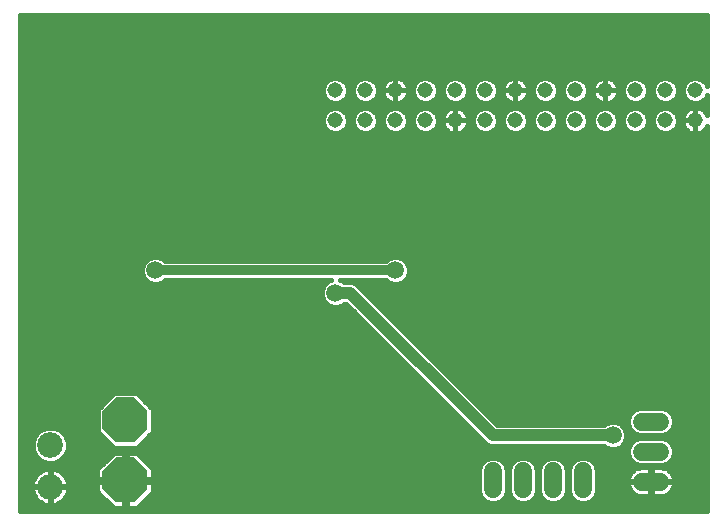
<source format=gbl>
G75*
%MOIN*%
%OFA0B0*%
%FSLAX24Y24*%
%IPPOS*%
%LPD*%
%AMOC8*
5,1,8,0,0,1.08239X$1,22.5*
%
%ADD10C,0.0600*%
%ADD11OC8,0.1500*%
%ADD12C,0.0860*%
%ADD13C,0.0515*%
%ADD14C,0.0160*%
%ADD15C,0.0591*%
%ADD16C,0.0436*%
%ADD17C,0.0320*%
%ADD18C,0.0400*%
D10*
X016930Y001880D02*
X016930Y002480D01*
X017930Y002480D02*
X017930Y001880D01*
X018930Y001880D02*
X018930Y002480D01*
X019930Y002480D02*
X019930Y001880D01*
X021904Y002141D02*
X022504Y002141D01*
X022504Y003141D02*
X021904Y003141D01*
X021904Y004141D02*
X022504Y004141D01*
D11*
X004680Y004180D03*
X004680Y002180D03*
D12*
X002180Y001971D03*
X002180Y003349D03*
D13*
X011680Y014180D03*
X011680Y015180D03*
X012680Y015180D03*
X013680Y015180D03*
X014680Y015180D03*
X015680Y015180D03*
X016680Y015180D03*
X017680Y015180D03*
X018680Y015180D03*
X019680Y015180D03*
X020680Y015180D03*
X021680Y015180D03*
X022680Y015180D03*
X023680Y015180D03*
X023680Y014180D03*
X022680Y014180D03*
X021680Y014180D03*
X020680Y014180D03*
X019680Y014180D03*
X018680Y014180D03*
X017680Y014180D03*
X016680Y014180D03*
X015680Y014180D03*
X014680Y014180D03*
X013680Y014180D03*
X012680Y014180D03*
D14*
X001160Y017696D02*
X001160Y001160D01*
X024070Y001160D01*
X024070Y013982D01*
X024054Y013951D01*
X024014Y013895D01*
X023965Y013846D01*
X023909Y013806D01*
X023848Y013775D01*
X023782Y013753D01*
X023714Y013743D01*
X023680Y013743D01*
X023680Y014180D01*
X023680Y014180D01*
X023680Y014617D01*
X023714Y014617D01*
X023782Y014607D01*
X023848Y014585D01*
X023909Y014554D01*
X023965Y014514D01*
X024014Y014465D01*
X024054Y014409D01*
X024070Y014378D01*
X024070Y015031D01*
X024034Y014944D01*
X023916Y014826D01*
X023763Y014763D01*
X023597Y014763D01*
X023444Y014826D01*
X023326Y014944D01*
X023263Y015097D01*
X023263Y015263D01*
X023326Y015416D01*
X023444Y015534D01*
X023597Y015597D01*
X023763Y015597D01*
X023916Y015534D01*
X024034Y015416D01*
X024070Y015329D01*
X024070Y017696D01*
X001160Y017696D01*
X001160Y017640D02*
X024070Y017640D01*
X024070Y017481D02*
X001160Y017481D01*
X001160Y017323D02*
X024070Y017323D01*
X024070Y017164D02*
X001160Y017164D01*
X001160Y017006D02*
X024070Y017006D01*
X024070Y016847D02*
X001160Y016847D01*
X001160Y016689D02*
X024070Y016689D01*
X024070Y016530D02*
X001160Y016530D01*
X001160Y016372D02*
X024070Y016372D01*
X024070Y016213D02*
X001160Y016213D01*
X001160Y016055D02*
X024070Y016055D01*
X024070Y015896D02*
X001160Y015896D01*
X001160Y015738D02*
X024070Y015738D01*
X024070Y015579D02*
X023808Y015579D01*
X023552Y015579D02*
X022808Y015579D01*
X022763Y015597D02*
X022597Y015597D01*
X022444Y015534D01*
X022326Y015416D01*
X022263Y015263D01*
X022263Y015097D01*
X022326Y014944D01*
X022444Y014826D01*
X022597Y014763D01*
X022763Y014763D01*
X022916Y014826D01*
X023034Y014944D01*
X023097Y015097D01*
X023097Y015263D01*
X023034Y015416D01*
X022916Y015534D01*
X022763Y015597D01*
X022552Y015579D02*
X021808Y015579D01*
X021763Y015597D02*
X021597Y015597D01*
X021444Y015534D01*
X021326Y015416D01*
X021263Y015263D01*
X021263Y015097D01*
X021326Y014944D01*
X021444Y014826D01*
X021597Y014763D01*
X021763Y014763D01*
X021916Y014826D01*
X022034Y014944D01*
X022097Y015097D01*
X022097Y015263D01*
X022034Y015416D01*
X021916Y015534D01*
X021763Y015597D01*
X021552Y015579D02*
X020861Y015579D01*
X020848Y015585D02*
X020782Y015607D01*
X020714Y015617D01*
X020680Y015617D01*
X020680Y015180D01*
X020680Y015180D01*
X021117Y015180D01*
X021117Y015214D01*
X021107Y015282D01*
X021085Y015348D01*
X021054Y015409D01*
X021014Y015465D01*
X020965Y015514D01*
X020909Y015554D01*
X020848Y015585D01*
X020680Y015579D02*
X020680Y015579D01*
X020680Y015617D02*
X020646Y015617D01*
X020578Y015607D01*
X020512Y015585D01*
X020451Y015554D01*
X020395Y015514D01*
X020346Y015465D01*
X020306Y015409D01*
X020275Y015348D01*
X020253Y015282D01*
X020243Y015214D01*
X020243Y015180D01*
X020243Y015146D01*
X020253Y015078D01*
X020275Y015012D01*
X020306Y014951D01*
X020346Y014895D01*
X020395Y014846D01*
X020451Y014806D01*
X020512Y014775D01*
X020578Y014753D01*
X020646Y014743D01*
X020680Y014743D01*
X020714Y014743D01*
X020782Y014753D01*
X020848Y014775D01*
X020909Y014806D01*
X020965Y014846D01*
X021014Y014895D01*
X021054Y014951D01*
X021085Y015012D01*
X021107Y015078D01*
X021117Y015146D01*
X021117Y015180D01*
X020680Y015180D01*
X020680Y015180D01*
X020680Y015180D01*
X020243Y015180D01*
X020680Y015180D01*
X020680Y015617D01*
X020499Y015579D02*
X019808Y015579D01*
X019763Y015597D02*
X019597Y015597D01*
X019444Y015534D01*
X019326Y015416D01*
X019263Y015263D01*
X019263Y015097D01*
X019326Y014944D01*
X019444Y014826D01*
X019597Y014763D01*
X019763Y014763D01*
X019916Y014826D01*
X020034Y014944D01*
X020097Y015097D01*
X020097Y015263D01*
X020034Y015416D01*
X019916Y015534D01*
X019763Y015597D01*
X019552Y015579D02*
X018808Y015579D01*
X018763Y015597D02*
X018597Y015597D01*
X018444Y015534D01*
X018326Y015416D01*
X018263Y015263D01*
X018263Y015097D01*
X018326Y014944D01*
X018444Y014826D01*
X018597Y014763D01*
X018763Y014763D01*
X018916Y014826D01*
X019034Y014944D01*
X019097Y015097D01*
X019097Y015263D01*
X019034Y015416D01*
X018916Y015534D01*
X018763Y015597D01*
X018552Y015579D02*
X017861Y015579D01*
X017848Y015585D02*
X017782Y015607D01*
X017714Y015617D01*
X017680Y015617D01*
X017680Y015180D01*
X017680Y015180D01*
X018117Y015180D01*
X018117Y015214D01*
X018107Y015282D01*
X018085Y015348D01*
X018054Y015409D01*
X018014Y015465D01*
X017965Y015514D01*
X017909Y015554D01*
X017848Y015585D01*
X017680Y015579D02*
X017680Y015579D01*
X017680Y015617D02*
X017646Y015617D01*
X017578Y015607D01*
X017512Y015585D01*
X017451Y015554D01*
X017395Y015514D01*
X017346Y015465D01*
X017306Y015409D01*
X017275Y015348D01*
X017253Y015282D01*
X017243Y015214D01*
X017243Y015180D01*
X017243Y015146D01*
X017253Y015078D01*
X017275Y015012D01*
X017306Y014951D01*
X017346Y014895D01*
X017395Y014846D01*
X017451Y014806D01*
X017512Y014775D01*
X017578Y014753D01*
X017646Y014743D01*
X017680Y014743D01*
X017714Y014743D01*
X017782Y014753D01*
X017848Y014775D01*
X017909Y014806D01*
X017965Y014846D01*
X018014Y014895D01*
X018054Y014951D01*
X018085Y015012D01*
X018107Y015078D01*
X018117Y015146D01*
X018117Y015180D01*
X017680Y015180D01*
X017680Y015180D01*
X017680Y015180D01*
X017243Y015180D01*
X017680Y015180D01*
X017680Y015617D01*
X017499Y015579D02*
X016808Y015579D01*
X016763Y015597D02*
X016597Y015597D01*
X016444Y015534D01*
X016326Y015416D01*
X016263Y015263D01*
X016263Y015097D01*
X016326Y014944D01*
X016444Y014826D01*
X016597Y014763D01*
X016763Y014763D01*
X016916Y014826D01*
X017034Y014944D01*
X017097Y015097D01*
X017097Y015263D01*
X017034Y015416D01*
X016916Y015534D01*
X016763Y015597D01*
X016552Y015579D02*
X015808Y015579D01*
X015763Y015597D02*
X015597Y015597D01*
X015444Y015534D01*
X015326Y015416D01*
X015263Y015263D01*
X015263Y015097D01*
X015326Y014944D01*
X015444Y014826D01*
X015597Y014763D01*
X015763Y014763D01*
X015916Y014826D01*
X016034Y014944D01*
X016097Y015097D01*
X016097Y015263D01*
X016034Y015416D01*
X015916Y015534D01*
X015763Y015597D01*
X015552Y015579D02*
X014808Y015579D01*
X014763Y015597D02*
X014597Y015597D01*
X014444Y015534D01*
X014326Y015416D01*
X014263Y015263D01*
X014263Y015097D01*
X014326Y014944D01*
X014444Y014826D01*
X014597Y014763D01*
X014763Y014763D01*
X014916Y014826D01*
X015034Y014944D01*
X015097Y015097D01*
X015097Y015263D01*
X015034Y015416D01*
X014916Y015534D01*
X014763Y015597D01*
X014552Y015579D02*
X013861Y015579D01*
X013848Y015585D02*
X013782Y015607D01*
X013714Y015617D01*
X013680Y015617D01*
X013680Y015180D01*
X013680Y015180D01*
X014117Y015180D01*
X014117Y015214D01*
X014107Y015282D01*
X014085Y015348D01*
X014054Y015409D01*
X014014Y015465D01*
X013965Y015514D01*
X013909Y015554D01*
X013848Y015585D01*
X013680Y015579D02*
X013680Y015579D01*
X013680Y015617D02*
X013646Y015617D01*
X013578Y015607D01*
X013512Y015585D01*
X013451Y015554D01*
X013395Y015514D01*
X013346Y015465D01*
X013306Y015409D01*
X013275Y015348D01*
X013253Y015282D01*
X013243Y015214D01*
X013243Y015180D01*
X013243Y015146D01*
X013253Y015078D01*
X013275Y015012D01*
X013306Y014951D01*
X013346Y014895D01*
X013395Y014846D01*
X013451Y014806D01*
X013512Y014775D01*
X013578Y014753D01*
X013646Y014743D01*
X013680Y014743D01*
X013714Y014743D01*
X013782Y014753D01*
X013848Y014775D01*
X013909Y014806D01*
X013965Y014846D01*
X014014Y014895D01*
X014054Y014951D01*
X014085Y015012D01*
X014107Y015078D01*
X014117Y015146D01*
X014117Y015180D01*
X013680Y015180D01*
X013680Y015180D01*
X013680Y015180D01*
X013243Y015180D01*
X013680Y015180D01*
X013680Y015617D01*
X013499Y015579D02*
X012808Y015579D01*
X012763Y015597D02*
X012597Y015597D01*
X012444Y015534D01*
X012326Y015416D01*
X012263Y015263D01*
X012263Y015097D01*
X012326Y014944D01*
X012444Y014826D01*
X012597Y014763D01*
X012763Y014763D01*
X012916Y014826D01*
X013034Y014944D01*
X013097Y015097D01*
X013097Y015263D01*
X013034Y015416D01*
X012916Y015534D01*
X012763Y015597D01*
X012552Y015579D02*
X011808Y015579D01*
X011763Y015597D02*
X011597Y015597D01*
X011444Y015534D01*
X011326Y015416D01*
X011263Y015263D01*
X011263Y015097D01*
X011326Y014944D01*
X011444Y014826D01*
X011597Y014763D01*
X011763Y014763D01*
X011916Y014826D01*
X012034Y014944D01*
X012097Y015097D01*
X012097Y015263D01*
X012034Y015416D01*
X011916Y015534D01*
X011763Y015597D01*
X011552Y015579D02*
X001160Y015579D01*
X001160Y015421D02*
X011330Y015421D01*
X011263Y015262D02*
X001160Y015262D01*
X001160Y015104D02*
X011263Y015104D01*
X011325Y014945D02*
X001160Y014945D01*
X001160Y014787D02*
X011539Y014787D01*
X011597Y014597D02*
X011444Y014534D01*
X011326Y014416D01*
X011263Y014263D01*
X011263Y014097D01*
X011326Y013944D01*
X011444Y013826D01*
X011597Y013763D01*
X011763Y013763D01*
X011916Y013826D01*
X012034Y013944D01*
X012097Y014097D01*
X012097Y014263D01*
X012034Y014416D01*
X011916Y014534D01*
X011763Y014597D01*
X011597Y014597D01*
X011379Y014470D02*
X001160Y014470D01*
X001160Y014628D02*
X024070Y014628D01*
X024070Y014470D02*
X024009Y014470D01*
X023680Y014470D02*
X023680Y014470D01*
X023680Y014617D02*
X023680Y014180D01*
X023680Y014180D01*
X023243Y014180D01*
X023243Y014146D01*
X023253Y014078D01*
X023275Y014012D01*
X023306Y013951D01*
X023346Y013895D01*
X023395Y013846D01*
X023451Y013806D01*
X023512Y013775D01*
X023578Y013753D01*
X023646Y013743D01*
X023680Y013743D01*
X023680Y014180D01*
X023680Y014180D01*
X023243Y014180D01*
X023243Y014214D01*
X023253Y014282D01*
X023275Y014348D01*
X023306Y014409D01*
X023346Y014465D01*
X023395Y014514D01*
X023451Y014554D01*
X023512Y014585D01*
X023578Y014607D01*
X023646Y014617D01*
X023680Y014617D01*
X023821Y014787D02*
X024070Y014787D01*
X024070Y014945D02*
X024035Y014945D01*
X024030Y015421D02*
X024070Y015421D01*
X023330Y015421D02*
X023030Y015421D01*
X023097Y015262D02*
X023263Y015262D01*
X023263Y015104D02*
X023097Y015104D01*
X023035Y014945D02*
X023325Y014945D01*
X023539Y014787D02*
X022821Y014787D01*
X022763Y014597D02*
X022597Y014597D01*
X022444Y014534D01*
X022326Y014416D01*
X022263Y014263D01*
X022263Y014097D01*
X022326Y013944D01*
X022444Y013826D01*
X022597Y013763D01*
X022763Y013763D01*
X022916Y013826D01*
X023034Y013944D01*
X023097Y014097D01*
X023097Y014263D01*
X023034Y014416D01*
X022916Y014534D01*
X022763Y014597D01*
X022981Y014470D02*
X023351Y014470D01*
X023263Y014311D02*
X023078Y014311D01*
X023097Y014153D02*
X023243Y014153D01*
X023284Y013994D02*
X023055Y013994D01*
X022926Y013836D02*
X023410Y013836D01*
X023680Y013836D02*
X023680Y013836D01*
X023680Y013994D02*
X023680Y013994D01*
X023680Y014153D02*
X023680Y014153D01*
X023680Y014311D02*
X023680Y014311D01*
X023950Y013836D02*
X024070Y013836D01*
X024070Y013677D02*
X001160Y013677D01*
X001160Y013519D02*
X024070Y013519D01*
X024070Y013360D02*
X001160Y013360D01*
X001160Y013202D02*
X024070Y013202D01*
X024070Y013043D02*
X001160Y013043D01*
X001160Y012885D02*
X024070Y012885D01*
X024070Y012726D02*
X001160Y012726D01*
X001160Y012568D02*
X024070Y012568D01*
X024070Y012409D02*
X001160Y012409D01*
X001160Y012251D02*
X024070Y012251D01*
X024070Y012092D02*
X001160Y012092D01*
X001160Y011934D02*
X024070Y011934D01*
X024070Y011775D02*
X001160Y011775D01*
X001160Y011617D02*
X024070Y011617D01*
X024070Y011458D02*
X001160Y011458D01*
X001160Y011300D02*
X024070Y011300D01*
X024070Y011141D02*
X001160Y011141D01*
X001160Y010983D02*
X024070Y010983D01*
X024070Y010824D02*
X001160Y010824D01*
X001160Y010666D02*
X024070Y010666D01*
X024070Y010507D02*
X001160Y010507D01*
X001160Y010349D02*
X024070Y010349D01*
X024070Y010190D02*
X001160Y010190D01*
X001160Y010032D02*
X024070Y010032D01*
X024070Y009873D02*
X001160Y009873D01*
X001160Y009715D02*
X024070Y009715D01*
X024070Y009556D02*
X013948Y009556D01*
X013938Y009566D02*
X013771Y009635D01*
X013589Y009635D01*
X013422Y009566D01*
X013356Y009500D01*
X006004Y009500D01*
X005938Y009566D01*
X005771Y009635D01*
X005589Y009635D01*
X005422Y009566D01*
X005294Y009438D01*
X005225Y009271D01*
X005225Y009089D01*
X005294Y008922D01*
X005422Y008794D01*
X005589Y008725D01*
X005771Y008725D01*
X005938Y008794D01*
X006004Y008860D01*
X011528Y008860D01*
X011422Y008816D01*
X011294Y008688D01*
X011225Y008521D01*
X011225Y008339D01*
X011294Y008172D01*
X011422Y008044D01*
X011589Y007975D01*
X011771Y007975D01*
X011938Y008044D01*
X011964Y008070D01*
X012031Y008070D01*
X016625Y003476D01*
X016726Y003375D01*
X016858Y003320D01*
X020646Y003320D01*
X020672Y003294D01*
X020839Y003225D01*
X021021Y003225D01*
X021188Y003294D01*
X021316Y003422D01*
X021385Y003589D01*
X021385Y003771D01*
X021316Y003938D01*
X021188Y004066D01*
X021021Y004135D01*
X020839Y004135D01*
X020672Y004066D01*
X020646Y004040D01*
X017079Y004040D01*
X012384Y008735D01*
X012252Y008790D01*
X011964Y008790D01*
X011938Y008816D01*
X011832Y008860D01*
X013356Y008860D01*
X013422Y008794D01*
X013589Y008725D01*
X013771Y008725D01*
X013938Y008794D01*
X014066Y008922D01*
X014135Y009089D01*
X014135Y009271D01*
X014066Y009438D01*
X013938Y009566D01*
X014083Y009398D02*
X024070Y009398D01*
X024070Y009239D02*
X014135Y009239D01*
X014132Y009081D02*
X024070Y009081D01*
X024070Y008922D02*
X014066Y008922D01*
X013864Y008764D02*
X024070Y008764D01*
X024070Y008605D02*
X012514Y008605D01*
X012673Y008447D02*
X024070Y008447D01*
X024070Y008288D02*
X012831Y008288D01*
X012990Y008130D02*
X024070Y008130D01*
X024070Y007971D02*
X013148Y007971D01*
X013307Y007813D02*
X024070Y007813D01*
X024070Y007654D02*
X013465Y007654D01*
X013624Y007496D02*
X024070Y007496D01*
X024070Y007337D02*
X013782Y007337D01*
X013941Y007179D02*
X024070Y007179D01*
X024070Y007020D02*
X014099Y007020D01*
X014258Y006862D02*
X024070Y006862D01*
X024070Y006703D02*
X014416Y006703D01*
X014575Y006545D02*
X024070Y006545D01*
X024070Y006386D02*
X014733Y006386D01*
X014892Y006228D02*
X024070Y006228D01*
X024070Y006069D02*
X015050Y006069D01*
X015209Y005911D02*
X024070Y005911D01*
X024070Y005752D02*
X015367Y005752D01*
X015526Y005594D02*
X024070Y005594D01*
X024070Y005435D02*
X015684Y005435D01*
X015843Y005277D02*
X024070Y005277D01*
X024070Y005118D02*
X016001Y005118D01*
X016160Y004960D02*
X024070Y004960D01*
X024070Y004801D02*
X016318Y004801D01*
X016477Y004643D02*
X024070Y004643D01*
X024070Y004484D02*
X022811Y004484D01*
X022764Y004531D02*
X022595Y004601D01*
X021812Y004601D01*
X021643Y004531D01*
X021514Y004401D01*
X021444Y004232D01*
X021444Y004049D01*
X021514Y003880D01*
X021643Y003751D01*
X021812Y003681D01*
X022595Y003681D01*
X022764Y003751D01*
X022894Y003880D01*
X022964Y004049D01*
X022964Y004232D01*
X022894Y004401D01*
X022764Y004531D01*
X022925Y004326D02*
X024070Y004326D01*
X024070Y004167D02*
X022964Y004167D01*
X022947Y004009D02*
X024070Y004009D01*
X024070Y003850D02*
X022864Y003850D01*
X022621Y003692D02*
X024070Y003692D01*
X024070Y003533D02*
X022758Y003533D01*
X022764Y003531D02*
X022595Y003601D01*
X021812Y003601D01*
X021643Y003531D01*
X021514Y003401D01*
X021444Y003232D01*
X021444Y003049D01*
X021514Y002880D01*
X021643Y002751D01*
X021812Y002681D01*
X022595Y002681D01*
X022764Y002751D01*
X022894Y002880D01*
X022964Y003049D01*
X022964Y003232D01*
X022894Y003401D01*
X022764Y003531D01*
X022905Y003375D02*
X024070Y003375D01*
X024070Y003216D02*
X022964Y003216D01*
X022964Y003058D02*
X024070Y003058D01*
X024070Y002899D02*
X022901Y002899D01*
X022740Y002741D02*
X024070Y002741D01*
X024070Y002582D02*
X022695Y002582D01*
X022688Y002585D02*
X022616Y002609D01*
X022541Y002621D01*
X022224Y002621D01*
X022224Y002161D01*
X022184Y002161D01*
X022184Y002621D01*
X021866Y002621D01*
X021791Y002609D01*
X021719Y002585D01*
X021652Y002551D01*
X021591Y002507D01*
X021537Y002453D01*
X021493Y002392D01*
X021459Y002325D01*
X021435Y002253D01*
X021424Y002178D01*
X021424Y002161D01*
X022184Y002161D01*
X022184Y002121D01*
X022224Y002121D01*
X022224Y002161D01*
X022984Y002161D01*
X022984Y002178D01*
X022972Y002253D01*
X022948Y002325D01*
X022914Y002392D01*
X022870Y002453D01*
X022816Y002507D01*
X022755Y002551D01*
X022688Y002585D01*
X022891Y002424D02*
X024070Y002424D01*
X024070Y002265D02*
X022968Y002265D01*
X022984Y002121D02*
X022224Y002121D01*
X022224Y001661D01*
X022541Y001661D01*
X022616Y001672D01*
X022688Y001696D01*
X022755Y001730D01*
X022816Y001775D01*
X022870Y001828D01*
X022914Y001889D01*
X022948Y001956D01*
X022972Y002028D01*
X022984Y002103D01*
X022984Y002121D01*
X022984Y002107D02*
X024070Y002107D01*
X024070Y001948D02*
X022944Y001948D01*
X022831Y001790D02*
X024070Y001790D01*
X024070Y001631D02*
X020325Y001631D01*
X020320Y001619D02*
X020390Y001788D01*
X020390Y002571D01*
X020320Y002741D01*
X020191Y002870D01*
X020021Y002940D01*
X019838Y002940D01*
X019669Y002870D01*
X019540Y002741D01*
X019470Y002571D01*
X019470Y001788D01*
X019540Y001619D01*
X019669Y001490D01*
X019838Y001420D01*
X020021Y001420D01*
X020191Y001490D01*
X020320Y001619D01*
X020390Y001790D02*
X021576Y001790D01*
X021591Y001775D02*
X021652Y001730D01*
X021719Y001696D01*
X021791Y001672D01*
X021866Y001661D01*
X022184Y001661D01*
X022184Y002121D01*
X021424Y002121D01*
X021424Y002103D01*
X021435Y002028D01*
X021459Y001956D01*
X021493Y001889D01*
X021537Y001828D01*
X021591Y001775D01*
X021463Y001948D02*
X020390Y001948D01*
X020390Y002107D02*
X021424Y002107D01*
X021439Y002265D02*
X020390Y002265D01*
X020390Y002424D02*
X021516Y002424D01*
X021713Y002582D02*
X020386Y002582D01*
X020320Y002741D02*
X021668Y002741D01*
X021506Y002899D02*
X020120Y002899D01*
X019740Y002899D02*
X019120Y002899D01*
X019191Y002870D02*
X019021Y002940D01*
X018838Y002940D01*
X018669Y002870D01*
X018540Y002741D01*
X018470Y002571D01*
X018470Y001788D01*
X018540Y001619D01*
X018669Y001490D01*
X018838Y001420D01*
X019021Y001420D01*
X019191Y001490D01*
X019320Y001619D01*
X019390Y001788D01*
X019390Y002571D01*
X019320Y002741D01*
X019191Y002870D01*
X019320Y002741D02*
X019540Y002741D01*
X019474Y002582D02*
X019386Y002582D01*
X019390Y002424D02*
X019470Y002424D01*
X019470Y002265D02*
X019390Y002265D01*
X019390Y002107D02*
X019470Y002107D01*
X019470Y001948D02*
X019390Y001948D01*
X019390Y001790D02*
X019470Y001790D01*
X019535Y001631D02*
X019325Y001631D01*
X019148Y001473D02*
X019712Y001473D01*
X020148Y001473D02*
X024070Y001473D01*
X024070Y001314D02*
X005129Y001314D01*
X005065Y001250D02*
X005610Y001795D01*
X005610Y002122D01*
X004738Y002122D01*
X004738Y002238D01*
X004622Y002238D01*
X004622Y003110D01*
X004295Y003110D01*
X003750Y002565D01*
X003750Y002238D01*
X004622Y002238D01*
X004622Y002122D01*
X003750Y002122D01*
X003750Y001795D01*
X004295Y001250D01*
X004622Y001250D01*
X004622Y002122D01*
X004738Y002122D01*
X004738Y001250D01*
X005065Y001250D01*
X005288Y001473D02*
X016712Y001473D01*
X016669Y001490D02*
X016838Y001420D01*
X017021Y001420D01*
X017191Y001490D01*
X017320Y001619D01*
X017390Y001788D01*
X017390Y002571D01*
X017320Y002741D01*
X017191Y002870D01*
X017021Y002940D01*
X016838Y002940D01*
X016669Y002870D01*
X016540Y002741D01*
X016470Y002571D01*
X016470Y001788D01*
X016540Y001619D01*
X016669Y001490D01*
X016535Y001631D02*
X005446Y001631D01*
X005605Y001790D02*
X016470Y001790D01*
X016470Y001948D02*
X005610Y001948D01*
X005610Y002107D02*
X016470Y002107D01*
X016470Y002265D02*
X005610Y002265D01*
X005610Y002238D02*
X005610Y002565D01*
X005065Y003110D01*
X004738Y003110D01*
X004738Y002238D01*
X005610Y002238D01*
X005610Y002424D02*
X016470Y002424D01*
X016474Y002582D02*
X005593Y002582D01*
X005435Y002741D02*
X016540Y002741D01*
X016740Y002899D02*
X005276Y002899D01*
X005118Y003058D02*
X021444Y003058D01*
X021444Y003216D02*
X002763Y003216D01*
X002770Y003232D02*
X002680Y003015D01*
X002514Y002849D01*
X002297Y002759D01*
X002063Y002759D01*
X001846Y002849D01*
X001680Y003015D01*
X001590Y003232D01*
X001590Y003467D01*
X001680Y003683D01*
X001846Y003849D01*
X002063Y003939D01*
X002297Y003939D01*
X002514Y003849D01*
X002680Y003683D01*
X002770Y003467D01*
X002770Y003232D01*
X002770Y003375D02*
X004199Y003375D01*
X004303Y003270D02*
X005057Y003270D01*
X005590Y003803D01*
X005590Y004557D01*
X005057Y005090D01*
X004303Y005090D01*
X003770Y004557D01*
X003770Y003803D01*
X004303Y003270D01*
X004242Y003058D02*
X002698Y003058D01*
X002564Y002899D02*
X004084Y002899D01*
X003925Y002741D02*
X001160Y002741D01*
X001160Y002899D02*
X001796Y002899D01*
X001662Y003058D02*
X001160Y003058D01*
X001160Y003216D02*
X001597Y003216D01*
X001590Y003375D02*
X001160Y003375D01*
X001160Y003533D02*
X001617Y003533D01*
X001688Y003692D02*
X001160Y003692D01*
X001160Y003850D02*
X001847Y003850D01*
X002513Y003850D02*
X003770Y003850D01*
X003770Y004009D02*
X001160Y004009D01*
X001160Y004167D02*
X003770Y004167D01*
X003770Y004326D02*
X001160Y004326D01*
X001160Y004484D02*
X003770Y004484D01*
X003856Y004643D02*
X001160Y004643D01*
X001160Y004801D02*
X004014Y004801D01*
X004173Y004960D02*
X001160Y004960D01*
X001160Y005118D02*
X014983Y005118D01*
X015141Y004960D02*
X005187Y004960D01*
X005346Y004801D02*
X015300Y004801D01*
X015458Y004643D02*
X005504Y004643D01*
X005590Y004484D02*
X015617Y004484D01*
X015775Y004326D02*
X005590Y004326D01*
X005590Y004167D02*
X015934Y004167D01*
X016092Y004009D02*
X005590Y004009D01*
X005590Y003850D02*
X016251Y003850D01*
X016409Y003692D02*
X005478Y003692D01*
X005320Y003533D02*
X016568Y003533D01*
X016727Y003375D02*
X005161Y003375D01*
X004738Y003058D02*
X004622Y003058D01*
X004622Y002899D02*
X004738Y002899D01*
X004738Y002741D02*
X004622Y002741D01*
X004622Y002582D02*
X004738Y002582D01*
X004738Y002424D02*
X004622Y002424D01*
X004622Y002265D02*
X004738Y002265D01*
X004738Y002107D02*
X004622Y002107D01*
X004622Y001948D02*
X004738Y001948D01*
X004738Y001790D02*
X004622Y001790D01*
X004622Y001631D02*
X004738Y001631D01*
X004738Y001473D02*
X004622Y001473D01*
X004622Y001314D02*
X004738Y001314D01*
X004231Y001314D02*
X001160Y001314D01*
X001160Y001473D02*
X001829Y001473D01*
X001860Y001450D02*
X001946Y001406D01*
X002037Y001376D01*
X002132Y001361D01*
X002162Y001361D01*
X002162Y001953D01*
X002198Y001953D01*
X002198Y001361D01*
X002228Y001361D01*
X002323Y001376D01*
X002414Y001406D01*
X002500Y001450D01*
X002577Y001506D01*
X002645Y001574D01*
X002702Y001652D01*
X002745Y001737D01*
X002775Y001828D01*
X002790Y001923D01*
X002790Y001953D01*
X002198Y001953D01*
X002198Y001990D01*
X002162Y001990D01*
X002162Y002581D01*
X002132Y002581D01*
X002037Y002566D01*
X001946Y002537D01*
X001860Y002493D01*
X001783Y002437D01*
X001715Y002369D01*
X001658Y002291D01*
X001615Y002205D01*
X001585Y002114D01*
X001570Y002019D01*
X001570Y001990D01*
X002162Y001990D01*
X002162Y001953D01*
X001570Y001953D01*
X001570Y001923D01*
X001585Y001828D01*
X001615Y001737D01*
X001658Y001652D01*
X001715Y001574D01*
X001783Y001506D01*
X001860Y001450D01*
X001673Y001631D02*
X001160Y001631D01*
X001160Y001790D02*
X001598Y001790D01*
X001570Y001948D02*
X001160Y001948D01*
X001160Y002107D02*
X001584Y002107D01*
X001645Y002265D02*
X001160Y002265D01*
X001160Y002424D02*
X001769Y002424D01*
X002162Y002424D02*
X002198Y002424D01*
X002198Y002581D02*
X002198Y001990D01*
X002790Y001990D01*
X002790Y002019D01*
X002775Y002114D01*
X002745Y002205D01*
X002702Y002291D01*
X002645Y002369D01*
X002577Y002437D01*
X002500Y002493D01*
X002414Y002537D01*
X002323Y002566D01*
X002228Y002581D01*
X002198Y002581D01*
X002198Y002265D02*
X002162Y002265D01*
X002162Y002107D02*
X002198Y002107D01*
X002198Y001948D02*
X002162Y001948D01*
X002162Y001790D02*
X002198Y001790D01*
X002198Y001631D02*
X002162Y001631D01*
X002162Y001473D02*
X002198Y001473D01*
X002531Y001473D02*
X004072Y001473D01*
X003914Y001631D02*
X002687Y001631D01*
X002762Y001790D02*
X003755Y001790D01*
X003750Y001948D02*
X002790Y001948D01*
X002776Y002107D02*
X003750Y002107D01*
X003750Y002265D02*
X002715Y002265D01*
X002591Y002424D02*
X003750Y002424D01*
X003767Y002582D02*
X001160Y002582D01*
X002672Y003692D02*
X003882Y003692D01*
X004040Y003533D02*
X002743Y003533D01*
X001160Y005277D02*
X014824Y005277D01*
X014666Y005435D02*
X001160Y005435D01*
X001160Y005594D02*
X014507Y005594D01*
X014349Y005752D02*
X001160Y005752D01*
X001160Y005911D02*
X014190Y005911D01*
X014032Y006069D02*
X001160Y006069D01*
X001160Y006228D02*
X013873Y006228D01*
X013715Y006386D02*
X001160Y006386D01*
X001160Y006545D02*
X013556Y006545D01*
X013398Y006703D02*
X001160Y006703D01*
X001160Y006862D02*
X013239Y006862D01*
X013081Y007020D02*
X001160Y007020D01*
X001160Y007179D02*
X012922Y007179D01*
X012764Y007337D02*
X001160Y007337D01*
X001160Y007496D02*
X012605Y007496D01*
X012447Y007654D02*
X001160Y007654D01*
X001160Y007813D02*
X012288Y007813D01*
X012130Y007971D02*
X001160Y007971D01*
X001160Y008130D02*
X011337Y008130D01*
X011246Y008288D02*
X001160Y008288D01*
X001160Y008447D02*
X011225Y008447D01*
X011260Y008605D02*
X001160Y008605D01*
X001160Y008764D02*
X005496Y008764D01*
X005294Y008922D02*
X001160Y008922D01*
X001160Y009081D02*
X005228Y009081D01*
X005225Y009239D02*
X001160Y009239D01*
X001160Y009398D02*
X005277Y009398D01*
X005412Y009556D02*
X001160Y009556D01*
X005864Y008764D02*
X011370Y008764D01*
X012316Y008764D02*
X013496Y008764D01*
X013412Y009556D02*
X005948Y009556D01*
X001160Y013836D02*
X011434Y013836D01*
X011305Y013994D02*
X001160Y013994D01*
X001160Y014153D02*
X011263Y014153D01*
X011282Y014311D02*
X001160Y014311D01*
X011821Y014787D02*
X012539Y014787D01*
X012597Y014597D02*
X012444Y014534D01*
X012326Y014416D01*
X012263Y014263D01*
X012263Y014097D01*
X012326Y013944D01*
X012444Y013826D01*
X012597Y013763D01*
X012763Y013763D01*
X012916Y013826D01*
X013034Y013944D01*
X013097Y014097D01*
X013097Y014263D01*
X013034Y014416D01*
X012916Y014534D01*
X012763Y014597D01*
X012597Y014597D01*
X012379Y014470D02*
X011981Y014470D01*
X012078Y014311D02*
X012282Y014311D01*
X012263Y014153D02*
X012097Y014153D01*
X012055Y013994D02*
X012305Y013994D01*
X012434Y013836D02*
X011926Y013836D01*
X012926Y013836D02*
X013434Y013836D01*
X013444Y013826D02*
X013597Y013763D01*
X013763Y013763D01*
X013916Y013826D01*
X014034Y013944D01*
X014097Y014097D01*
X014097Y014263D01*
X014034Y014416D01*
X013916Y014534D01*
X013763Y014597D01*
X013597Y014597D01*
X013444Y014534D01*
X013326Y014416D01*
X013263Y014263D01*
X013263Y014097D01*
X013326Y013944D01*
X013444Y013826D01*
X013305Y013994D02*
X013055Y013994D01*
X013097Y014153D02*
X013263Y014153D01*
X013282Y014311D02*
X013078Y014311D01*
X012981Y014470D02*
X013379Y014470D01*
X013489Y014787D02*
X012821Y014787D01*
X013035Y014945D02*
X013310Y014945D01*
X013249Y015104D02*
X013097Y015104D01*
X013097Y015262D02*
X013250Y015262D01*
X013314Y015421D02*
X013030Y015421D01*
X013680Y015421D02*
X013680Y015421D01*
X013680Y015262D02*
X013680Y015262D01*
X013680Y015180D02*
X013680Y014743D01*
X013680Y015180D01*
X013680Y015180D01*
X013680Y015104D02*
X013680Y015104D01*
X013680Y014945D02*
X013680Y014945D01*
X013680Y014787D02*
X013680Y014787D01*
X013871Y014787D02*
X014539Y014787D01*
X014597Y014597D02*
X014444Y014534D01*
X014326Y014416D01*
X014263Y014263D01*
X014263Y014097D01*
X014326Y013944D01*
X014444Y013826D01*
X014597Y013763D01*
X014763Y013763D01*
X014916Y013826D01*
X015034Y013944D01*
X015097Y014097D01*
X015097Y014263D01*
X015034Y014416D01*
X014916Y014534D01*
X014763Y014597D01*
X014597Y014597D01*
X014379Y014470D02*
X013981Y014470D01*
X014078Y014311D02*
X014282Y014311D01*
X014263Y014153D02*
X014097Y014153D01*
X014055Y013994D02*
X014305Y013994D01*
X014434Y013836D02*
X013926Y013836D01*
X014926Y013836D02*
X015410Y013836D01*
X015395Y013846D02*
X015451Y013806D01*
X015512Y013775D01*
X015578Y013753D01*
X015646Y013743D01*
X015680Y013743D01*
X015714Y013743D01*
X015782Y013753D01*
X015848Y013775D01*
X015909Y013806D01*
X015965Y013846D01*
X016014Y013895D01*
X016054Y013951D01*
X016085Y014012D01*
X016107Y014078D01*
X016117Y014146D01*
X016117Y014180D01*
X016117Y014214D01*
X016107Y014282D01*
X016085Y014348D01*
X016054Y014409D01*
X016014Y014465D01*
X015965Y014514D01*
X015909Y014554D01*
X015848Y014585D01*
X015782Y014607D01*
X015714Y014617D01*
X015680Y014617D01*
X015680Y014180D01*
X015680Y014180D01*
X016117Y014180D01*
X015680Y014180D01*
X015680Y014180D01*
X015680Y014180D01*
X015243Y014180D01*
X015243Y014146D01*
X015253Y014078D01*
X015275Y014012D01*
X015306Y013951D01*
X015346Y013895D01*
X015395Y013846D01*
X015284Y013994D02*
X015055Y013994D01*
X015097Y014153D02*
X015243Y014153D01*
X015243Y014180D02*
X015680Y014180D01*
X015680Y014617D01*
X015646Y014617D01*
X015578Y014607D01*
X015512Y014585D01*
X015451Y014554D01*
X015395Y014514D01*
X015346Y014465D01*
X015306Y014409D01*
X015275Y014348D01*
X015253Y014282D01*
X015243Y014214D01*
X015243Y014180D01*
X015263Y014311D02*
X015078Y014311D01*
X014981Y014470D02*
X015351Y014470D01*
X015680Y014470D02*
X015680Y014470D01*
X015680Y014311D02*
X015680Y014311D01*
X015680Y014180D02*
X015680Y013743D01*
X015680Y014180D01*
X015680Y014180D01*
X015680Y014153D02*
X015680Y014153D01*
X015680Y013994D02*
X015680Y013994D01*
X015680Y013836D02*
X015680Y013836D01*
X015950Y013836D02*
X016434Y013836D01*
X016444Y013826D02*
X016597Y013763D01*
X016763Y013763D01*
X016916Y013826D01*
X017034Y013944D01*
X017097Y014097D01*
X017097Y014263D01*
X017034Y014416D01*
X016916Y014534D01*
X016763Y014597D01*
X016597Y014597D01*
X016444Y014534D01*
X016326Y014416D01*
X016263Y014263D01*
X016263Y014097D01*
X016326Y013944D01*
X016444Y013826D01*
X016305Y013994D02*
X016076Y013994D01*
X016117Y014153D02*
X016263Y014153D01*
X016282Y014311D02*
X016097Y014311D01*
X016009Y014470D02*
X016379Y014470D01*
X016539Y014787D02*
X015821Y014787D01*
X016035Y014945D02*
X016325Y014945D01*
X016263Y015104D02*
X016097Y015104D01*
X016097Y015262D02*
X016263Y015262D01*
X016330Y015421D02*
X016030Y015421D01*
X015330Y015421D02*
X015030Y015421D01*
X015097Y015262D02*
X015263Y015262D01*
X015263Y015104D02*
X015097Y015104D01*
X015035Y014945D02*
X015325Y014945D01*
X015539Y014787D02*
X014821Y014787D01*
X014325Y014945D02*
X014050Y014945D01*
X014111Y015104D02*
X014263Y015104D01*
X014263Y015262D02*
X014110Y015262D01*
X014046Y015421D02*
X014330Y015421D01*
X012330Y015421D02*
X012030Y015421D01*
X012097Y015262D02*
X012263Y015262D01*
X012263Y015104D02*
X012097Y015104D01*
X012035Y014945D02*
X012325Y014945D01*
X016821Y014787D02*
X017489Y014787D01*
X017680Y014787D02*
X017680Y014787D01*
X017680Y014743D02*
X017680Y015180D01*
X017680Y015180D01*
X017680Y014743D01*
X017597Y014597D02*
X017444Y014534D01*
X017326Y014416D01*
X017263Y014263D01*
X017263Y014097D01*
X017326Y013944D01*
X017444Y013826D01*
X017597Y013763D01*
X017763Y013763D01*
X017916Y013826D01*
X018034Y013944D01*
X018097Y014097D01*
X018097Y014263D01*
X018034Y014416D01*
X017916Y014534D01*
X017763Y014597D01*
X017597Y014597D01*
X017379Y014470D02*
X016981Y014470D01*
X017078Y014311D02*
X017282Y014311D01*
X017263Y014153D02*
X017097Y014153D01*
X017055Y013994D02*
X017305Y013994D01*
X017434Y013836D02*
X016926Y013836D01*
X017926Y013836D02*
X018434Y013836D01*
X018444Y013826D02*
X018597Y013763D01*
X018763Y013763D01*
X018916Y013826D01*
X019034Y013944D01*
X019097Y014097D01*
X019097Y014263D01*
X019034Y014416D01*
X018916Y014534D01*
X018763Y014597D01*
X018597Y014597D01*
X018444Y014534D01*
X018326Y014416D01*
X018263Y014263D01*
X018263Y014097D01*
X018326Y013944D01*
X018444Y013826D01*
X018305Y013994D02*
X018055Y013994D01*
X018097Y014153D02*
X018263Y014153D01*
X018282Y014311D02*
X018078Y014311D01*
X017981Y014470D02*
X018379Y014470D01*
X018539Y014787D02*
X017871Y014787D01*
X018050Y014945D02*
X018325Y014945D01*
X018263Y015104D02*
X018111Y015104D01*
X018110Y015262D02*
X018263Y015262D01*
X018330Y015421D02*
X018046Y015421D01*
X017680Y015421D02*
X017680Y015421D01*
X017680Y015262D02*
X017680Y015262D01*
X017680Y015104D02*
X017680Y015104D01*
X017680Y014945D02*
X017680Y014945D01*
X017310Y014945D02*
X017035Y014945D01*
X017097Y015104D02*
X017249Y015104D01*
X017250Y015262D02*
X017097Y015262D01*
X017030Y015421D02*
X017314Y015421D01*
X018821Y014787D02*
X019539Y014787D01*
X019597Y014597D02*
X019444Y014534D01*
X019326Y014416D01*
X019263Y014263D01*
X019263Y014097D01*
X019326Y013944D01*
X019444Y013826D01*
X019597Y013763D01*
X019763Y013763D01*
X019916Y013826D01*
X020034Y013944D01*
X020097Y014097D01*
X020097Y014263D01*
X020034Y014416D01*
X019916Y014534D01*
X019763Y014597D01*
X019597Y014597D01*
X019379Y014470D02*
X018981Y014470D01*
X019078Y014311D02*
X019282Y014311D01*
X019263Y014153D02*
X019097Y014153D01*
X019055Y013994D02*
X019305Y013994D01*
X019434Y013836D02*
X018926Y013836D01*
X019926Y013836D02*
X020434Y013836D01*
X020444Y013826D02*
X020597Y013763D01*
X020763Y013763D01*
X020916Y013826D01*
X021034Y013944D01*
X021097Y014097D01*
X021097Y014263D01*
X021034Y014416D01*
X020916Y014534D01*
X020763Y014597D01*
X020597Y014597D01*
X020444Y014534D01*
X020326Y014416D01*
X020263Y014263D01*
X020263Y014097D01*
X020326Y013944D01*
X020444Y013826D01*
X020305Y013994D02*
X020055Y013994D01*
X020097Y014153D02*
X020263Y014153D01*
X020282Y014311D02*
X020078Y014311D01*
X019981Y014470D02*
X020379Y014470D01*
X020489Y014787D02*
X019821Y014787D01*
X020035Y014945D02*
X020310Y014945D01*
X020249Y015104D02*
X020097Y015104D01*
X020097Y015262D02*
X020250Y015262D01*
X020314Y015421D02*
X020030Y015421D01*
X020680Y015421D02*
X020680Y015421D01*
X020680Y015262D02*
X020680Y015262D01*
X020680Y015180D02*
X020680Y014743D01*
X020680Y015180D01*
X020680Y015180D01*
X020680Y015104D02*
X020680Y015104D01*
X020680Y014945D02*
X020680Y014945D01*
X020680Y014787D02*
X020680Y014787D01*
X020871Y014787D02*
X021539Y014787D01*
X021597Y014597D02*
X021444Y014534D01*
X021326Y014416D01*
X021263Y014263D01*
X021263Y014097D01*
X021326Y013944D01*
X021444Y013826D01*
X021597Y013763D01*
X021763Y013763D01*
X021916Y013826D01*
X022034Y013944D01*
X022097Y014097D01*
X022097Y014263D01*
X022034Y014416D01*
X021916Y014534D01*
X021763Y014597D01*
X021597Y014597D01*
X021379Y014470D02*
X020981Y014470D01*
X021078Y014311D02*
X021282Y014311D01*
X021263Y014153D02*
X021097Y014153D01*
X021055Y013994D02*
X021305Y013994D01*
X021434Y013836D02*
X020926Y013836D01*
X021926Y013836D02*
X022434Y013836D01*
X022305Y013994D02*
X022055Y013994D01*
X022097Y014153D02*
X022263Y014153D01*
X022282Y014311D02*
X022078Y014311D01*
X021981Y014470D02*
X022379Y014470D01*
X022539Y014787D02*
X021821Y014787D01*
X022035Y014945D02*
X022325Y014945D01*
X022263Y015104D02*
X022097Y015104D01*
X022097Y015262D02*
X022263Y015262D01*
X022330Y015421D02*
X022030Y015421D01*
X021330Y015421D02*
X021046Y015421D01*
X021110Y015262D02*
X021263Y015262D01*
X021263Y015104D02*
X021111Y015104D01*
X021050Y014945D02*
X021325Y014945D01*
X019325Y014945D02*
X019035Y014945D01*
X019097Y015104D02*
X019263Y015104D01*
X019263Y015262D02*
X019097Y015262D01*
X019030Y015421D02*
X019330Y015421D01*
X021596Y004484D02*
X016635Y004484D01*
X016794Y004326D02*
X021482Y004326D01*
X021444Y004167D02*
X016952Y004167D01*
X017120Y002899D02*
X017740Y002899D01*
X017669Y002870D02*
X017540Y002741D01*
X017470Y002571D01*
X017470Y001788D01*
X017540Y001619D01*
X017669Y001490D01*
X017838Y001420D01*
X018021Y001420D01*
X018191Y001490D01*
X018320Y001619D01*
X018390Y001788D01*
X018390Y002571D01*
X018320Y002741D01*
X018191Y002870D01*
X018021Y002940D01*
X017838Y002940D01*
X017669Y002870D01*
X017540Y002741D02*
X017320Y002741D01*
X017386Y002582D02*
X017474Y002582D01*
X017470Y002424D02*
X017390Y002424D01*
X017390Y002265D02*
X017470Y002265D01*
X017470Y002107D02*
X017390Y002107D01*
X017390Y001948D02*
X017470Y001948D01*
X017470Y001790D02*
X017390Y001790D01*
X017325Y001631D02*
X017535Y001631D01*
X017712Y001473D02*
X017148Y001473D01*
X018148Y001473D02*
X018712Y001473D01*
X018535Y001631D02*
X018325Y001631D01*
X018390Y001790D02*
X018470Y001790D01*
X018470Y001948D02*
X018390Y001948D01*
X018390Y002107D02*
X018470Y002107D01*
X018470Y002265D02*
X018390Y002265D01*
X018390Y002424D02*
X018470Y002424D01*
X018474Y002582D02*
X018386Y002582D01*
X018320Y002741D02*
X018540Y002741D01*
X018740Y002899D02*
X018120Y002899D01*
X021268Y003375D02*
X021503Y003375D01*
X021362Y003533D02*
X021649Y003533D01*
X021786Y003692D02*
X021385Y003692D01*
X021352Y003850D02*
X021544Y003850D01*
X021460Y004009D02*
X021245Y004009D01*
X022184Y002582D02*
X022224Y002582D01*
X022224Y002424D02*
X022184Y002424D01*
X022184Y002265D02*
X022224Y002265D01*
X022224Y002107D02*
X022184Y002107D01*
X022184Y001948D02*
X022224Y001948D01*
X022224Y001790D02*
X022184Y001790D01*
D15*
X020930Y003680D03*
X017680Y006180D03*
X013680Y008430D03*
X013680Y009180D03*
X011680Y008430D03*
X011680Y007680D03*
X005680Y009180D03*
X017680Y011680D03*
D16*
X010680Y001680D03*
D17*
X013680Y009180D02*
X005680Y009180D01*
D18*
X011680Y008430D02*
X012180Y008430D01*
X016930Y003680D01*
X020930Y003680D01*
M02*

</source>
